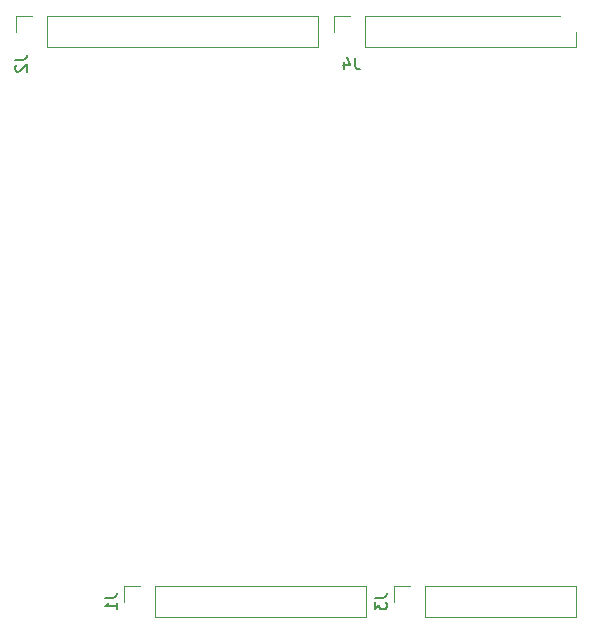
<source format=gbr>
%TF.GenerationSoftware,KiCad,Pcbnew,(7.0.0-0)*%
%TF.CreationDate,2023-08-03T18:37:04+02:00*%
%TF.ProjectId,flipperbrain-shield,666c6970-7065-4726-9272-61696e2d7368,rev?*%
%TF.SameCoordinates,Original*%
%TF.FileFunction,Legend,Bot*%
%TF.FilePolarity,Positive*%
%FSLAX46Y46*%
G04 Gerber Fmt 4.6, Leading zero omitted, Abs format (unit mm)*
G04 Created by KiCad (PCBNEW (7.0.0-0)) date 2023-08-03 18:37:04*
%MOMM*%
%LPD*%
G01*
G04 APERTURE LIST*
%ADD10C,0.150000*%
%ADD11C,0.120000*%
G04 APERTURE END LIST*
D10*
%TO.C,J3*%
X147837380Y-97126666D02*
X148551666Y-97126666D01*
X148551666Y-97126666D02*
X148694523Y-97079047D01*
X148694523Y-97079047D02*
X148789761Y-96983809D01*
X148789761Y-96983809D02*
X148837380Y-96840952D01*
X148837380Y-96840952D02*
X148837380Y-96745714D01*
X147837380Y-97507619D02*
X147837380Y-98126666D01*
X147837380Y-98126666D02*
X148218333Y-97793333D01*
X148218333Y-97793333D02*
X148218333Y-97936190D01*
X148218333Y-97936190D02*
X148265952Y-98031428D01*
X148265952Y-98031428D02*
X148313571Y-98079047D01*
X148313571Y-98079047D02*
X148408809Y-98126666D01*
X148408809Y-98126666D02*
X148646904Y-98126666D01*
X148646904Y-98126666D02*
X148742142Y-98079047D01*
X148742142Y-98079047D02*
X148789761Y-98031428D01*
X148789761Y-98031428D02*
X148837380Y-97936190D01*
X148837380Y-97936190D02*
X148837380Y-97650476D01*
X148837380Y-97650476D02*
X148789761Y-97555238D01*
X148789761Y-97555238D02*
X148742142Y-97507619D01*
%TO.C,J2*%
X117367380Y-51606666D02*
X118081666Y-51606666D01*
X118081666Y-51606666D02*
X118224523Y-51559047D01*
X118224523Y-51559047D02*
X118319761Y-51463809D01*
X118319761Y-51463809D02*
X118367380Y-51320952D01*
X118367380Y-51320952D02*
X118367380Y-51225714D01*
X117462619Y-52035238D02*
X117415000Y-52082857D01*
X117415000Y-52082857D02*
X117367380Y-52178095D01*
X117367380Y-52178095D02*
X117367380Y-52416190D01*
X117367380Y-52416190D02*
X117415000Y-52511428D01*
X117415000Y-52511428D02*
X117462619Y-52559047D01*
X117462619Y-52559047D02*
X117557857Y-52606666D01*
X117557857Y-52606666D02*
X117653095Y-52606666D01*
X117653095Y-52606666D02*
X117795952Y-52559047D01*
X117795952Y-52559047D02*
X118367380Y-51987619D01*
X118367380Y-51987619D02*
X118367380Y-52606666D01*
%TO.C,J4*%
X146173333Y-51407380D02*
X146173333Y-52121666D01*
X146173333Y-52121666D02*
X146220952Y-52264523D01*
X146220952Y-52264523D02*
X146316190Y-52359761D01*
X146316190Y-52359761D02*
X146459047Y-52407380D01*
X146459047Y-52407380D02*
X146554285Y-52407380D01*
X145268571Y-51740714D02*
X145268571Y-52407380D01*
X145506666Y-51359761D02*
X145744761Y-52074047D01*
X145744761Y-52074047D02*
X145125714Y-52074047D01*
%TO.C,J1*%
X124977380Y-97126666D02*
X125691666Y-97126666D01*
X125691666Y-97126666D02*
X125834523Y-97079047D01*
X125834523Y-97079047D02*
X125929761Y-96983809D01*
X125929761Y-96983809D02*
X125977380Y-96840952D01*
X125977380Y-96840952D02*
X125977380Y-96745714D01*
X125977380Y-98126666D02*
X125977380Y-97555238D01*
X125977380Y-97840952D02*
X124977380Y-97840952D01*
X124977380Y-97840952D02*
X125120238Y-97745714D01*
X125120238Y-97745714D02*
X125215476Y-97650476D01*
X125215476Y-97650476D02*
X125263095Y-97555238D01*
D11*
%TO.C,J3*%
X164830000Y-96130000D02*
X164830000Y-98790000D01*
X152070000Y-96130000D02*
X164830000Y-96130000D01*
X152070000Y-96130000D02*
X152070000Y-98790000D01*
X150800000Y-96130000D02*
X149470000Y-96130000D01*
X149470000Y-96130000D02*
X149470000Y-97460000D01*
X152070000Y-98790000D02*
X164830000Y-98790000D01*
%TO.C,J2*%
X142986000Y-47870000D02*
X142986000Y-50530000D01*
X120066000Y-47870000D02*
X142986000Y-47870000D01*
X120066000Y-47870000D02*
X120066000Y-50530000D01*
X118796000Y-47870000D02*
X117466000Y-47870000D01*
X117466000Y-47870000D02*
X117466000Y-49200000D01*
X120066000Y-50530000D02*
X142986000Y-50530000D01*
%TO.C,J4*%
X146990000Y-47870000D02*
X163500000Y-47870000D01*
X146990000Y-47870000D02*
X146990000Y-50530000D01*
X145720000Y-47870000D02*
X144390000Y-47870000D01*
X144390000Y-47870000D02*
X144390000Y-49200000D01*
X164830000Y-49200000D02*
X164830000Y-50530000D01*
X146990000Y-50530000D02*
X164830000Y-50530000D01*
%TO.C,J1*%
X147050000Y-96130000D02*
X147050000Y-98790000D01*
X129210000Y-96130000D02*
X147050000Y-96130000D01*
X129210000Y-96130000D02*
X129210000Y-98790000D01*
X127940000Y-96130000D02*
X126610000Y-96130000D01*
X126610000Y-96130000D02*
X126610000Y-97460000D01*
X129210000Y-98790000D02*
X147050000Y-98790000D01*
%TD*%
M02*

</source>
